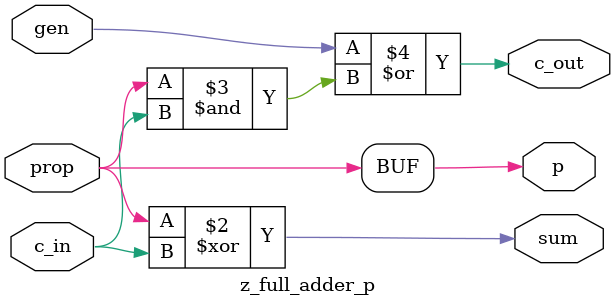
<source format=v>
`timescale 1ns / 1ps
module z_full_adder_p(sum,c_out,p,gen,prop,c_in);
	input gen, prop, c_in;
	output sum,c_out,p;
	
	reg sum, c_out, p;
	
	always @(gen or prop or c_in) begin
		#2 sum = prop ^ c_in;
		#10 c_out = gen | (prop & c_in);
		p = prop;
	end
	
endmodule

</source>
